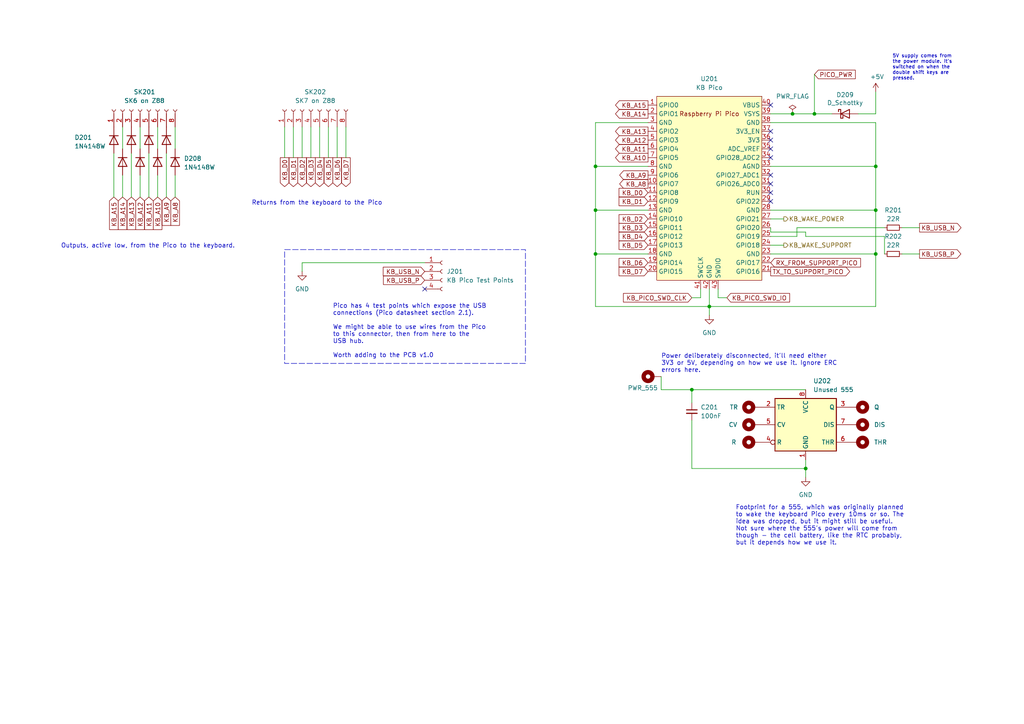
<source format=kicad_sch>
(kicad_sch (version 20231120) (generator "eeschema") (generator_version "8.0")
  (paper "A4")
  (title_block (title "Z88R - Z88 Recreated") (date "2024-08-23") (rev "20240823") (company "Fountain and Menadue"))
  (lib_symbols
    (symbol "Connector:Conn_01x04_Socket" (pin_names (offset 1.016) hide)
      (property "Reference" "J" (at 0 5.08 0))
      (property "Value" "Conn_01x04_Socket" (at 0 -7.62 0))
      (symbol "Conn_01x04_Socket_1_1"
        (arc (start 0 -4.572) (mid -0.5058 -5.08) (end 0 -5.588) (stroke (width 0.1524)))
        (arc (start 0 -2.032) (mid -0.5058 -2.54) (end 0 -3.048) (stroke (width 0.1524)))
        (polyline (pts (xy -1.27 -5.08) (xy -0.508 -5.08)) (stroke (width 0.1524)))
        (polyline (pts (xy -1.27 -2.54) (xy -0.508 -2.54)) (stroke (width 0.1524)))
        (polyline (pts (xy -1.27 0) (xy -0.508 0)) (stroke (width 0.1524)))
        (polyline (pts (xy -1.27 2.54) (xy -0.508 2.54)) (stroke (width 0.1524)))
        (arc (start 0 0.508) (mid -0.5058 0) (end 0 -0.508) (stroke (width 0.1524)))
        (arc (start 0 3.048) (mid -0.5058 2.54) (end 0 2.032) (stroke (width 0.1524)))
        (pin passive line (at -5.08 2.54 0) (length 3.81) (name "Pin_1") (number "1"))
        (pin passive line (at -5.08 0 0) (length 3.81) (name "Pin_2") (number "2"))
        (pin passive line (at -5.08 -2.54 0) (length 3.81) (name "Pin_3") (number "3"))
        (pin passive line (at -5.08 -5.08 0) (length 3.81) (name "Pin_4") (number "4"))
      )
    )
    (symbol "Connector:Conn_01x08_Socket" (pin_names (offset 1.016) hide)
      (property "Reference" "J" (at 0 10.16 0))
      (property "Value" "Conn_01x08_Socket" (at 0 -12.7 0))
      (symbol "Conn_01x08_Socket_1_1"
        (arc (start 0 -9.652) (mid -0.5058 -10.16) (end 0 -10.668) (stroke (width 0.1524)))
        (arc (start 0 -7.112) (mid -0.5058 -7.62) (end 0 -8.128) (stroke (width 0.1524)))
        (arc (start 0 -4.572) (mid -0.5058 -5.08) (end 0 -5.588) (stroke (width 0.1524)))
        (arc (start 0 -2.032) (mid -0.5058 -2.54) (end 0 -3.048) (stroke (width 0.1524)))
        (polyline (pts (xy -1.27 -10.16) (xy -0.508 -10.16)) (stroke (width 0.1524)))
        (polyline (pts (xy -1.27 -7.62) (xy -0.508 -7.62)) (stroke (width 0.1524)))
        (polyline (pts (xy -1.27 -5.08) (xy -0.508 -5.08)) (stroke (width 0.1524)))
        (polyline (pts (xy -1.27 -2.54) (xy -0.508 -2.54)) (stroke (width 0.1524)))
        (polyline (pts (xy -1.27 0) (xy -0.508 0)) (stroke (width 0.1524)))
        (polyline (pts (xy -1.27 2.54) (xy -0.508 2.54)) (stroke (width 0.1524)))
        (polyline (pts (xy -1.27 5.08) (xy -0.508 5.08)) (stroke (width 0.1524)))
        (polyline (pts (xy -1.27 7.62) (xy -0.508 7.62)) (stroke (width 0.1524)))
        (arc (start 0 0.508) (mid -0.5058 0) (end 0 -0.508) (stroke (width 0.1524)))
        (arc (start 0 3.048) (mid -0.5058 2.54) (end 0 2.032) (stroke (width 0.1524)))
        (arc (start 0 5.588) (mid -0.5058 5.08) (end 0 4.572) (stroke (width 0.1524)))
        (arc (start 0 8.128) (mid -0.5058 7.62) (end 0 7.112) (stroke (width 0.1524)))
        (pin passive line (at -5.08 7.62 0) (length 3.81) (name "Pin_1") (number "1"))
        (pin passive line (at -5.08 5.08 0) (length 3.81) (name "Pin_2") (number "2"))
        (pin passive line (at -5.08 2.54 0) (length 3.81) (name "Pin_3") (number "3"))
        (pin passive line (at -5.08 0 0) (length 3.81) (name "Pin_4") (number "4"))
        (pin passive line (at -5.08 -2.54 0) (length 3.81) (name "Pin_5") (number "5"))
        (pin passive line (at -5.08 -5.08 0) (length 3.81) (name "Pin_6") (number "6"))
        (pin passive line (at -5.08 -7.62 0) (length 3.81) (name "Pin_7") (number "7"))
        (pin passive line (at -5.08 -10.16 0) (length 3.81) (name "Pin_8") (number "8"))
      )
    )
    (symbol "Device:C_Small" (pin_numbers hide) (pin_names (offset 0.254) hide)
      (property "Reference" "C" (at 0.254 1.778 0))
      (property "Value" "C_Small" (at 0.254 -2.032 0))
      (symbol "C_Small_0_1"
        (polyline (pts (xy -1.524 -0.508) (xy 1.524 -0.508)) (stroke (width 0.3302)))
        (polyline (pts (xy -1.524 0.508) (xy 1.524 0.508)) (stroke (width 0.3048)))
      )
      (symbol "C_Small_1_1"
        (pin passive line (at 0 2.54 270) (length 2.032) (name "~") (number "1"))
        (pin passive line (at 0 -2.54 90) (length 2.032) (name "~") (number "2"))
      )
    )
    (symbol "Device:D_Schottky" (pin_numbers hide) (pin_names (offset 1.016) hide)
      (property "Reference" "D" (at 0 2.54 0))
      (property "Value" "D_Schottky" (at 0 -2.54 0))
      (symbol "D_Schottky_0_1"
        (polyline (pts (xy 1.27 0) (xy -1.27 0)))
        (polyline (pts (xy 1.27 1.27) (xy 1.27 -1.27) (xy -1.27 0) (xy 1.27 1.27)) (stroke (width 0.254)))
        (polyline (pts (xy -1.905 0.635) (xy -1.905 1.27) (xy -1.27 1.27) (xy -1.27 -1.27) (xy -0.635 -1.27) (xy -0.635 -0.635)) (stroke (width 0.254)))
      )
      (symbol "D_Schottky_1_1"
        (pin passive line (at -3.81 0 0) (length 2.54) (name "K") (number "1"))
        (pin passive line (at 3.81 0 180) (length 2.54) (name "A") (number "2"))
      )
    )
    (symbol "Device:R_Small" (pin_numbers hide) (pin_names (offset 0.254) hide)
      (property "Reference" "R" (at 0.762 0.508 0))
      (property "Value" "R_Small" (at 0.762 -1.016 0))
      (symbol "R_Small_0_1"
        (rectangle (start -0.762 1.778) (end 0.762 -1.778) (stroke (width 0.2032)))
      )
      (symbol "R_Small_1_1"
        (pin passive line (at 0 2.54 270) (length 0.762) (name "~") (number "1"))
        (pin passive line (at 0 -2.54 90) (length 0.762) (name "~") (number "2"))
      )
    )
    (symbol "Diode:1N4148W" (pin_numbers hide) (pin_names hide)
      (property "Reference" "D" (at 0 2.54 0))
      (property "Value" "1N4148W" (at 0 -2.54 0))
      (symbol "1N4148W_0_1"
        (polyline (pts (xy -1.27 1.27) (xy -1.27 -1.27)) (stroke (width 0.254)))
        (polyline (pts (xy 1.27 0) (xy -1.27 0)))
        (polyline (pts (xy 1.27 1.27) (xy 1.27 -1.27) (xy -1.27 0) (xy 1.27 1.27)) (stroke (width 0.254)))
      )
      (symbol "1N4148W_1_1"
        (pin passive line (at -3.81 0 0) (length 2.54) (name "K") (number "1"))
        (pin passive line (at 3.81 0 180) (length 2.54) (name "A") (number "2"))
      )
    )
    (symbol "Mechanical:MountingHole_Pad" (pin_numbers hide) (pin_names (offset 1.016) hide) (exclude_from_sim yes) (in_bom no)
      (property "Reference" "H" (at 0 6.35 0))
      (property "Value" "MountingHole_Pad" (at 0 4.445 0))
      (symbol "MountingHole_Pad_0_1"
        (circle (center 0 1.27) (radius 1.27) (stroke (width 1.27)))
      )
      (symbol "MountingHole_Pad_1_1"
        (pin input line (at 0 -2.54 90) (length 2.54) (name "1") (number "1"))
      )
    )
    (symbol "RP Pico:Pico"
      (property "Reference" "U" (at -13.97 27.94 0))
      (property "Value" "Pico" (at 0 19.05 0))
      (symbol "Pico_0_0"
        (text "Raspberry Pi Pico" (at 0 21.59 0) (effects (font (size 1.27 1.27))))
      )
      (symbol "Pico_0_1"
        (rectangle (start -15.24 26.67) (end 15.24 -26.67) (fill (type background)))
      )
      (symbol "Pico_1_1"
        (pin bidirectional line (at -17.78 24.13 0) (length 2.54) (name "GPIO0") (number "1"))
        (pin bidirectional line (at -17.78 1.27 0) (length 2.54) (name "GPIO7") (number "10"))
        (pin bidirectional line (at -17.78 -1.27 0) (length 2.54) (name "GPIO8") (number "11"))
        (pin bidirectional line (at -17.78 -3.81 0) (length 2.54) (name "GPIO9") (number "12"))
        (pin power_in line (at -17.78 -6.35 0) (length 2.54) (name "GND") (number "13"))
        (pin bidirectional line (at -17.78 -8.89 0) (length 2.54) (name "GPIO10") (number "14"))
        (pin bidirectional line (at -17.78 -11.43 0) (length 2.54) (name "GPIO11") (number "15"))
        (pin bidirectional line (at -17.78 -13.97 0) (length 2.54) (name "GPIO12") (number "16"))
        (pin bidirectional line (at -17.78 -16.51 0) (length 2.54) (name "GPIO13") (number "17"))
        (pin power_in line (at -17.78 -19.05 0) (length 2.54) (name "GND") (number "18"))
        (pin bidirectional line (at -17.78 -21.59 0) (length 2.54) (name "GPIO14") (number "19"))
        (pin bidirectional line (at -17.78 21.59 0) (length 2.54) (name "GPIO1") (number "2"))
        (pin bidirectional line (at -17.78 -24.13 0) (length 2.54) (name "GPIO15") (number "20"))
        (pin bidirectional line (at 17.78 -24.13 180) (length 2.54) (name "GPIO16") (number "21"))
        (pin bidirectional line (at 17.78 -21.59 180) (length 2.54) (name "GPIO17") (number "22"))
        (pin power_in line (at 17.78 -19.05 180) (length 2.54) (name "GND") (number "23"))
        (pin bidirectional line (at 17.78 -16.51 180) (length 2.54) (name "GPIO18") (number "24"))
        (pin bidirectional line (at 17.78 -13.97 180) (length 2.54) (name "GPIO19") (number "25"))
        (pin bidirectional line (at 17.78 -11.43 180) (length 2.54) (name "GPIO20") (number "26"))
        (pin bidirectional line (at 17.78 -8.89 180) (length 2.54) (name "GPIO21") (number "27"))
        (pin power_in line (at 17.78 -6.35 180) (length 2.54) (name "GND") (number "28"))
        (pin bidirectional line (at 17.78 -3.81 180) (length 2.54) (name "GPIO22") (number "29"))
        (pin power_in line (at -17.78 19.05 0) (length 2.54) (name "GND") (number "3"))
        (pin input line (at 17.78 -1.27 180) (length 2.54) (name "RUN") (number "30"))
        (pin bidirectional line (at 17.78 1.27 180) (length 2.54) (name "GPIO26_ADC0") (number "31"))
        (pin bidirectional line (at 17.78 3.81 180) (length 2.54) (name "GPIO27_ADC1") (number "32"))
        (pin power_in line (at 17.78 6.35 180) (length 2.54) (name "AGND") (number "33"))
        (pin bidirectional line (at 17.78 8.89 180) (length 2.54) (name "GPIO28_ADC2") (number "34"))
        (pin power_in line (at 17.78 11.43 180) (length 2.54) (name "ADC_VREF") (number "35"))
        (pin power_in line (at 17.78 13.97 180) (length 2.54) (name "3V3") (number "36"))
        (pin input line (at 17.78 16.51 180) (length 2.54) (name "3V3_EN") (number "37"))
        (pin bidirectional line (at 17.78 19.05 180) (length 2.54) (name "GND") (number "38"))
        (pin power_in line (at 17.78 21.59 180) (length 2.54) (name "VSYS") (number "39"))
        (pin bidirectional line (at -17.78 16.51 0) (length 2.54) (name "GPIO2") (number "4"))
        (pin power_in line (at 17.78 24.13 180) (length 2.54) (name "VBUS") (number "40"))
        (pin input line (at -2.54 -29.21 90) (length 2.54) (name "SWCLK") (number "41"))
        (pin power_in line (at 0 -29.21 90) (length 2.54) (name "GND") (number "42"))
        (pin bidirectional line (at 2.54 -29.21 90) (length 2.54) (name "SWDIO") (number "43"))
        (pin bidirectional line (at -17.78 13.97 0) (length 2.54) (name "GPIO3") (number "5"))
        (pin bidirectional line (at -17.78 11.43 0) (length 2.54) (name "GPIO4") (number "6"))
        (pin bidirectional line (at -17.78 8.89 0) (length 2.54) (name "GPIO5") (number "7"))
        (pin power_in line (at -17.78 6.35 0) (length 2.54) (name "GND") (number "8"))
        (pin bidirectional line (at -17.78 3.81 0) (length 2.54) (name "GPIO6") (number "9"))
      )
    )
    (symbol "Timer:LMC555xM"
      (property "Reference" "U" (at -10.16 8.89 0))
      (property "Value" "LMC555xM" (at 2.54 8.89 0))
      (symbol "LMC555xM_0_0"
        (pin power_in line (at 0 -10.16 90) (length 2.54) (name "GND") (number "1"))
        (pin power_in line (at 0 10.16 270) (length 2.54) (name "VCC") (number "8"))
      )
      (symbol "LMC555xM_0_1"
        (rectangle (start -8.89 -7.62) (end 8.89 7.62) (stroke (width 0.254)) (fill (type background)))
        (rectangle (start -8.89 -7.62) (end 8.89 7.62) (stroke (width 0.254)) (fill (type background)))
      )
      (symbol "LMC555xM_1_1"
        (pin input line (at -12.7 5.08 0) (length 3.81) (name "TR") (number "2"))
        (pin output line (at 12.7 5.08 180) (length 3.81) (name "Q") (number "3"))
        (pin input inverted (at -12.7 -5.08 0) (length 3.81) (name "R") (number "4"))
        (pin input line (at -12.7 0 0) (length 3.81) (name "CV") (number "5"))
        (pin input line (at 12.7 -5.08 180) (length 3.81) (name "THR") (number "6"))
        (pin input line (at 12.7 0 180) (length 3.81) (name "DIS") (number "7"))
      )
    )
    (symbol "power:+5V" (power) (pin_numbers hide) (pin_names (offset 0) hide)
      (property "Value" "+5V" (at 0 3.556 0))
      (symbol "+5V_0_1"
        (polyline (pts (xy -0.762 1.27) (xy 0 2.54)))
        (polyline (pts (xy 0 0) (xy 0 2.54)))
        (polyline (pts (xy 0 2.54) (xy 0.762 1.27)))
      )
      (symbol "+5V_1_1"
        (pin power_in line (at 0 0 90) (length 0) (name "~") (number "1"))
      )
    )
    (symbol "power:GND" (power) (pin_numbers hide) (pin_names (offset 0) hide)
      (property "Value" "GND" (at 0 -3.81 0))
      (symbol "GND_0_1"
        (polyline (pts (xy 0 0) (xy 0 -1.27) (xy 1.27 -1.27) (xy 0 -2.54) (xy -1.27 -1.27) (xy 0 -1.27)))
      )
      (symbol "GND_1_1"
        (pin power_in line (at 0 0 270) (length 0) (name "~") (number "1"))
      )
    )
    (symbol "power:PWR_FLAG" (power) (pin_numbers hide) (pin_names (offset 0) hide)
      (property "Value" "PWR_FLAG" (at 0 3.81 0))
      (symbol "PWR_FLAG_0_0"
        (pin power_out line (at 0 0 90) (length 0) (name "~") (number "1"))
      )
      (symbol "PWR_FLAG_0_1"
        (polyline (pts (xy 0 0) (xy 0 1.27) (xy -1.016 1.905) (xy 0 2.54) (xy 1.016 1.905) (xy 0 1.27)))
      )
    )
  )
  (junction (at 172.72 60.96))
  (junction (at 205.74 88.9))
  (junction (at 233.68 135.89))
  (junction (at 229.87 33.02))
  (junction (at 172.72 48.26))
  (junction (at 254 48.26))
  (junction (at 236.22 33.02))
  (junction (at 254 73.66))
  (junction (at 254 60.96))
  (junction (at 200.66 113.03))
  (junction (at 172.72 73.66))
  (no_connect (at 223.52 53.34))
  (no_connect (at 223.52 43.18))
  (no_connect (at 223.52 50.8))
  (no_connect (at 223.52 40.64))
  (no_connect (at 223.52 58.42))
  (no_connect (at 223.52 30.48))
  (no_connect (at 223.52 45.72))
  (no_connect (at 223.52 55.88))
  (no_connect (at 123.19 83.82))
  (no_connect (at 223.52 38.1))
  (wire (pts (xy 45.72 50.8) (xy 45.72 57.15)))
  (wire (pts (xy 229.87 33.02) (xy 236.22 33.02)))
  (wire (pts (xy 223.52 48.26) (xy 254 48.26)))
  (wire (pts (xy 172.72 35.56) (xy 172.72 48.26)))
  (wire (pts (xy 35.56 50.8) (xy 35.56 57.15)))
  (wire (pts (xy 200.66 121.92) (xy 200.66 135.89)))
  (wire (pts (xy 231.14 66.04) (xy 231.14 68.58)))
  (wire (pts (xy 200.66 113.03) (xy 200.66 116.84)))
  (wire (pts (xy 261.62 73.66) (xy 266.7 73.66)))
  (wire (pts (xy 200.66 113.03) (xy 233.68 113.03)))
  (wire (pts (xy 200.66 113.03) (xy 191.77 113.03)))
  (wire (pts (xy 172.72 48.26) (xy 187.96 48.26)))
  (wire (pts (xy 233.68 135.89) (xy 233.68 138.43)))
  (wire (pts (xy 254 48.26) (xy 254 60.96)))
  (wire (pts (xy 254 60.96) (xy 254 73.66)))
  (wire (pts (xy 254 73.66) (xy 254 88.9)))
  (wire (pts (xy 266.7 66.04) (xy 261.62 66.04)))
  (wire (pts (xy 187.96 35.56) (xy 172.72 35.56)))
  (wire (pts (xy 50.8 43.18) (xy 50.8 36.83)))
  (wire (pts (xy 236.22 33.02) (xy 241.3 33.02)))
  (wire (pts (xy 87.63 78.74) (xy 87.63 76.2)))
  (wire (pts (xy 38.1 44.45) (xy 38.1 57.15)))
  (wire (pts (xy 233.68 68.58) (xy 233.68 67.31)))
  (wire (pts (xy 223.52 73.66) (xy 254 73.66)))
  (wire (pts (xy 208.28 86.36) (xy 208.28 83.82)))
  (wire (pts (xy 205.74 83.82) (xy 205.74 88.9)))
  (wire (pts (xy 35.56 43.18) (xy 35.56 36.83)))
  (wire (pts (xy 205.74 88.9) (xy 205.74 91.44)))
  (wire (pts (xy 92.71 45.72) (xy 92.71 36.83)))
  (wire (pts (xy 82.55 45.72) (xy 82.55 36.83)))
  (wire (pts (xy 210.82 86.36) (xy 208.28 86.36)))
  (wire (pts (xy 223.52 33.02) (xy 229.87 33.02)))
  (wire (pts (xy 95.25 45.72) (xy 95.25 36.83)))
  (wire (pts (xy 172.72 48.26) (xy 172.72 60.96)))
  (wire (pts (xy 87.63 45.72) (xy 87.63 36.83)))
  (wire (pts (xy 45.72 43.18) (xy 45.72 36.83)))
  (wire (pts (xy 172.72 73.66) (xy 172.72 88.9)))
  (wire (pts (xy 40.64 50.8) (xy 40.64 57.15)))
  (wire (pts (xy 200.66 86.36) (xy 203.2 86.36)))
  (wire (pts (xy 248.92 33.02) (xy 254 33.02)))
  (wire (pts (xy 100.33 36.83) (xy 100.33 45.72)))
  (wire (pts (xy 87.63 76.2) (xy 123.19 76.2)))
  (wire (pts (xy 172.72 60.96) (xy 187.96 60.96)))
  (wire (pts (xy 172.72 60.96) (xy 172.72 73.66)))
  (wire (pts (xy 223.52 71.12) (xy 227.33 71.12)))
  (wire (pts (xy 233.68 133.35) (xy 233.68 135.89)))
  (wire (pts (xy 236.22 21.59) (xy 236.22 33.02)))
  (wire (pts (xy 256.54 66.04) (xy 231.14 66.04)))
  (wire (pts (xy 43.18 44.45) (xy 43.18 57.15)))
  (wire (pts (xy 50.8 50.8) (xy 50.8 57.15)))
  (wire (pts (xy 97.79 36.83) (xy 97.79 45.72)))
  (wire (pts (xy 191.77 109.22) (xy 191.77 113.03)))
  (wire (pts (xy 90.17 45.72) (xy 90.17 36.83)))
  (wire (pts (xy 254 35.56) (xy 254 48.26)))
  (wire (pts (xy 48.26 44.45) (xy 48.26 57.15)))
  (wire (pts (xy 223.52 63.5) (xy 227.33 63.5)))
  (wire (pts (xy 223.52 60.96) (xy 254 60.96)))
  (wire (pts (xy 223.52 67.31) (xy 233.68 67.31)))
  (wire (pts (xy 205.74 88.9) (xy 254 88.9)))
  (wire (pts (xy 200.66 135.89) (xy 233.68 135.89)))
  (wire (pts (xy 203.2 86.36) (xy 203.2 83.82)))
  (wire (pts (xy 256.54 73.66) (xy 256.54 68.58)))
  (wire (pts (xy 172.72 88.9) (xy 205.74 88.9)))
  (wire (pts (xy 40.64 43.18) (xy 40.64 36.83)))
  (wire (pts (xy 33.02 44.45) (xy 33.02 57.15)))
  (wire (pts (xy 231.14 68.58) (xy 223.52 68.58)))
  (wire (pts (xy 254 33.02) (xy 254 26.67)))
  (wire (pts (xy 85.09 45.72) (xy 85.09 36.83)))
  (wire (pts (xy 223.52 67.31) (xy 223.52 66.04)))
  (wire (pts (xy 172.72 73.66) (xy 187.96 73.66)))
  (wire (pts (xy 223.52 35.56) (xy 254 35.56)))
  (wire (pts (xy 256.54 68.58) (xy 233.68 68.58)))
  (rectangle (start 82.55 72.39) (end 152.4 105.41) (stroke (width 0) (type dash)))
  (text "Returns from the keyboard to the Pico" (at 91.948 58.928 0) (effects (font (size 1.27 1.27))))
  (text "Pico has 4 test points which expose the USB\nconnections (Pico datasheet section 2.1).\n\nWe might be able to use wires from the Pico\nto this connector, then from here to the\nUSB hub.\n\nWorth adding to the PCB v1.0" (at 96.52 96.012 0) (effects (font (size 1.27 1.27)) (justify left)))
  (text "Power deliberately disconnected, it'll need either\n3V3 or 5V, depending on how we use it. Ignore ERC\nerrors here." (at 191.77 105.41 0) (effects (font (size 1.27 1.27)) (justify left)))
  (text "5V supply comes from\nthe power module. It's\nswitched on when the\ndouble shift keys are\npressed." (at 258.826 19.558 0) (effects (font (size 1 1)) (justify left)))
  (text "Footprint for a 555, which was originally planned\nto wake the keyboard Pico every 10ms or so. The\nidea was dropped, but it might still be useful.\nNot sure where the 555's power will come from\nthough - the cell battery, like the RTC probably,\nbut it depends how we use it." (at 213.36 152.4 0) (effects (font (size 1.27 1.27)) (justify left)))
  (text "Outputs, active low, from the Pico to the keyboard." (at 42.926 71.374 0) (effects (font (size 1.27 1.27))))
  (global_label "KB_A14" (shape input) (at 35.56 57.15 270) (property "Intersheetrefs" "${INTERSHEET_REFS}" (effects (hide yes))))
  (global_label "KB_A13" (shape input) (at 38.1 57.15 270) (property "Intersheetrefs" "${INTERSHEET_REFS}" (effects (hide yes))))
  (global_label "KB_A8" (shape input) (at 50.8 57.15 270) (property "Intersheetrefs" "${INTERSHEET_REFS}" (effects (hide yes))))
  (global_label "KB_D2" (shape output) (at 87.63 45.72 270) (property "Intersheetrefs" "${INTERSHEET_REFS}" (effects (hide yes))))
  (global_label "KB_D3" (shape input) (at 187.96 66.04 180) (property "Intersheetrefs" "${INTERSHEET_REFS}" (effects (hide yes))))
  (global_label "PICO_PWR" (shape input) (at 236.22 21.59 0) (property "Intersheetrefs" "${INTERSHEET_REFS}" (effects (hide yes))))
  (global_label "KB_USB_P" (shape output) (at 266.7 73.66 0) (property "Intersheetrefs" "${INTERSHEET_REFS}" (effects (hide yes))))
  (global_label "KB_PICO_SWD_CLK" (shape input) (at 200.66 86.36 180) (property "Intersheetrefs" "${INTERSHEET_REFS}" (effects (hide yes))))
  (global_label "KB_A12" (shape output) (at 187.96 40.64 180) (property "Intersheetrefs" "${INTERSHEET_REFS}" (effects (hide yes))))
  (global_label "KB_A12" (shape input) (at 40.64 57.15 270) (property "Intersheetrefs" "${INTERSHEET_REFS}" (effects (hide yes))))
  (global_label "KB_D1" (shape input) (at 187.96 58.42 180) (property "Intersheetrefs" "${INTERSHEET_REFS}" (effects (hide yes))))
  (global_label "KB_A8" (shape output) (at 187.96 53.34 180) (property "Intersheetrefs" "${INTERSHEET_REFS}" (effects (hide yes))))
  (global_label "KB_D6" (shape output) (at 97.79 45.72 270) (property "Intersheetrefs" "${INTERSHEET_REFS}" (effects (hide yes))))
  (global_label "KB_D7" (shape input) (at 187.96 78.74 180) (property "Intersheetrefs" "${INTERSHEET_REFS}" (effects (hide yes))))
  (global_label "KB_D2" (shape input) (at 187.96 63.5 180) (property "Intersheetrefs" "${INTERSHEET_REFS}" (effects (hide yes))))
  (global_label "KB_D1" (shape output) (at 85.09 45.72 270) (property "Intersheetrefs" "${INTERSHEET_REFS}" (effects (hide yes))))
  (global_label "KB_A15" (shape input) (at 33.02 57.15 270) (property "Intersheetrefs" "${INTERSHEET_REFS}" (effects (hide yes))))
  (global_label "KB_D5" (shape input) (at 187.96 71.12 180) (property "Intersheetrefs" "${INTERSHEET_REFS}" (effects (hide yes))))
  (global_label "KB_D6" (shape input) (at 187.96 76.2 180) (property "Intersheetrefs" "${INTERSHEET_REFS}" (effects (hide yes))))
  (global_label "KB_D4" (shape output) (at 92.71 45.72 270) (property "Intersheetrefs" "${INTERSHEET_REFS}" (effects (hide yes))))
  (global_label "KB_A11" (shape output) (at 187.96 43.18 180) (property "Intersheetrefs" "${INTERSHEET_REFS}" (effects (hide yes))))
  (global_label "KB_A11" (shape input) (at 43.18 57.15 270) (property "Intersheetrefs" "${INTERSHEET_REFS}" (effects (hide yes))))
  (global_label "KB_PICO_SWD_IO" (shape input) (at 210.82 86.36 0) (property "Intersheetrefs" "${INTERSHEET_REFS}" (effects (hide yes))))
  (global_label "KB_A15" (shape output) (at 187.96 30.48 180) (property "Intersheetrefs" "${INTERSHEET_REFS}" (effects (hide yes))))
  (global_label "KB_A9" (shape output) (at 187.96 50.8 180) (property "Intersheetrefs" "${INTERSHEET_REFS}" (effects (hide yes))))
  (global_label "KB_D5" (shape output) (at 95.25 45.72 270) (property "Intersheetrefs" "${INTERSHEET_REFS}" (effects (hide yes))))
  (global_label "TX_TO_SUPPORT_PICO" (shape output) (at 223.52 78.74 0) (property "Intersheetrefs" "${INTERSHEET_REFS}" (effects (hide yes))))
  (global_label "KB_A10" (shape output) (at 187.96 45.72 180) (property "Intersheetrefs" "${INTERSHEET_REFS}" (effects (hide yes))))
  (global_label "KB_USB_N" (shape output) (at 266.7 66.04 0) (property "Intersheetrefs" "${INTERSHEET_REFS}" (effects (hide yes))))
  (global_label "KB_A10" (shape input) (at 45.72 57.15 270) (property "Intersheetrefs" "${INTERSHEET_REFS}" (effects (hide yes))))
  (global_label "KB_USB_P" (shape input) (at 123.19 81.28 180) (property "Intersheetrefs" "${INTERSHEET_REFS}" (effects (hide yes))))
  (global_label "KB_D0" (shape input) (at 187.96 55.88 180) (property "Intersheetrefs" "${INTERSHEET_REFS}" (effects (hide yes))))
  (global_label "KB_A13" (shape output) (at 187.96 38.1 180) (property "Intersheetrefs" "${INTERSHEET_REFS}" (effects (hide yes))))
  (global_label "KB_A14" (shape output) (at 187.96 33.02 180) (property "Intersheetrefs" "${INTERSHEET_REFS}" (effects (hide yes))))
  (global_label "KB_D4" (shape input) (at 187.96 68.58 180) (property "Intersheetrefs" "${INTERSHEET_REFS}" (effects (hide yes))))
  (global_label "KB_D3" (shape output) (at 90.17 45.72 270) (property "Intersheetrefs" "${INTERSHEET_REFS}" (effects (hide yes))))
  (global_label "KB_A9" (shape input) (at 48.26 57.15 270) (property "Intersheetrefs" "${INTERSHEET_REFS}" (effects (hide yes))))
  (global_label "RX_FROM_SUPPORT_PICO" (shape input) (at 223.52 76.2 0) (property "Intersheetrefs" "${INTERSHEET_REFS}" (effects (hide yes))))
  (global_label "KB_D7" (shape output) (at 100.33 45.72 270) (property "Intersheetrefs" "${INTERSHEET_REFS}" (effects (hide yes))))
  (global_label "KB_USB_N" (shape input) (at 123.19 78.74 180) (property "Intersheetrefs" "${INTERSHEET_REFS}" (effects (hide yes))))
  (global_label "KB_D0" (shape output) (at 82.55 45.72 270) (property "Intersheetrefs" "${INTERSHEET_REFS}" (effects (hide yes))))
  (hierarchical_label "KB_WAKE_POWER" (shape output) (at 227.33 63.5 0))
  (hierarchical_label "KB_WAKE_SUPPORT" (shape output) (at 227.33 71.12 0))
  (symbol (lib_id "Connector:Conn_01x08_Socket") (at 40.64 31.75 90) (unit 1)
    (property "Reference" "SK201" (at 41.91 26.67 90))
    (property "Value" "SK6 on Z88" (at 41.91 29.21 90))
    (property "Footprint" "Connector_PinSocket_2.54mm:PinSocket_1x08_P2.54mm_Vertical" (effects (hide yes)))
    (property "Description" "Generic connector, single row, 01x08, script generated" (effects (hide yes)))
  )
  (symbol (lib_id "Device:R_Small") (at 259.08 73.66 90) (unit 1)
    (property "Reference" "R202" (at 259.08 68.58 90))
    (property "Value" "22R" (at 259.08 71.12 90))
    (property "Footprint" "Resistor_SMD:R_0805_2012Metric_Pad1.20x1.40mm_HandSolder" (effects (hide yes)))
    (property "Description" "Resistor, small symbol" (effects (hide yes)))
  )
  (symbol (lib_id "power:PWR_FLAG") (at 229.87 33.02 0) (unit 1)
    (property "Reference" "#FLG0201" (effects (hide yes)))
    (property "Value" "PWR_FLAG" (at 229.87 27.94 0))
    (property "Description" "Special symbol for telling ERC where power comes from" (effects (hide yes)))
  )
  (symbol (lib_id "Diode:1N4148W") (at 38.1 40.64 270) (unit 1)
    (property "Reference" "D203" (effects (hide yes)))
    (property "Value" "1N4148W" (effects (hide yes)))
    (property "Footprint" "Diode_SMD:D_SOD-123" (effects (hide yes)))
    (property "Datasheet" "https://www.vishay.com/docs/85748/1n4148w.pdf" (effects (hide yes)))
    (property "Description" "75V 0.15A Fast Switching Diode, SOD-123" (effects (hide yes)))
    (property "Sim.Device" "D" (effects (hide yes)))
    (property "Sim.Pins" "1=K 2=A" (effects (hide yes)))
  )
  (symbol (lib_id "Diode:1N4148W") (at 48.26 40.64 270) (unit 1)
    (property "Reference" "D207" (effects (hide yes)))
    (property "Value" "1N4148W" (effects (hide yes)))
    (property "Footprint" "Diode_SMD:D_SOD-123" (effects (hide yes)))
    (property "Datasheet" "https://www.vishay.com/docs/85748/1n4148w.pdf" (effects (hide yes)))
    (property "Description" "75V 0.15A Fast Switching Diode, SOD-123" (effects (hide yes)))
    (property "Sim.Device" "D" (effects (hide yes)))
    (property "Sim.Pins" "1=K 2=A" (effects (hide yes)))
  )
  (symbol (lib_id "power:GND") (at 205.74 91.44 0) (unit 1)
    (property "Reference" "#PWR0201" (effects (hide yes)))
    (property "Value" "GND" (at 205.74 96.52 0))
    (property "Description" "Power symbol creates a global label with name \"GND\" , ground" (effects (hide yes)))
  )
  (symbol (lib_id "power:GND") (at 233.68 138.43 0) (unit 1)
    (property "Reference" "#PWR0204" (effects (hide yes)))
    (property "Value" "GND" (at 233.68 143.51 0))
    (property "Description" "Power symbol creates a global label with name \"GND\" , ground" (effects (hide yes)))
  )
  (symbol (lib_id "Mechanical:MountingHole_Pad") (at 248.92 128.27 270) (unit 1) (exclude_from_sim yes) (in_bom no)
    (property "Reference" "H206" (effects (hide yes)))
    (property "Value" "THR" (at 253.492 128.27 90) (effects (justify left)))
    (property "Footprint" "Connector_Pin:Pin_D0.7mm_L6.5mm_W1.8mm_FlatFork" (effects (hide yes)))
    (property "Description" "Mounting Hole with connection" (effects (hide yes)))
  )
  (symbol (lib_id "Mechanical:MountingHole_Pad") (at 218.44 118.11 90) (unit 1) (exclude_from_sim yes) (in_bom no)
    (property "Reference" "H201" (effects (hide yes)))
    (property "Value" "TR" (at 212.852 118.11 90))
    (property "Footprint" "Connector_Pin:Pin_D0.7mm_L6.5mm_W1.8mm_FlatFork" (effects (hide yes)))
    (property "Description" "Mounting Hole with connection" (effects (hide yes)))
  )
  (symbol (lib_id "Timer:LMC555xM") (at 233.68 123.19 0) (unit 1) (exclude_from_sim yes)
    (property "Reference" "U202" (at 235.8741 110.49 0) (effects (justify left)))
    (property "Value" "Unused 555" (at 235.8741 113.03 0) (effects (justify left)))
    (property "Footprint" "Package_SO:SOIC-8_3.9x4.9mm_P1.27mm" (effects (hide yes)))
    (property "Datasheet" "http://www.ti.com/lit/ds/symlink/lmc555.pdf" (effects (hide yes)))
    (property "Description" "CMOS Timer, 555 compatible, SOIC-8" (effects (hide yes)))
  )
  (symbol (lib_id "Mechanical:MountingHole_Pad") (at 189.23 109.22 90) (unit 1) (exclude_from_sim yes) (in_bom no)
    (property "Reference" "H207" (effects (hide yes)))
    (property "Value" "PWR_555" (at 186.436 112.522 90))
    (property "Footprint" "Connector_Pin:Pin_D0.7mm_L6.5mm_W1.8mm_FlatFork" (effects (hide yes)))
    (property "Description" "Mounting Hole with connection" (effects (hide yes)))
  )
  (symbol (lib_id "Device:D_Schottky") (at 245.11 33.02 0) (unit 1)
    (property "Reference" "D209" (at 245.11 27.5082 0))
    (property "Value" "D_Schottky" (at 245.11 29.8196 0))
    (property "Footprint" "Diode_SMD:D_1206_3216Metric_Pad1.42x1.75mm_HandSolder" (effects (hide yes)))
  )
  (symbol (lib_id "Connector:Conn_01x04_Socket") (at 128.27 78.74 0) (unit 1)
    (property "Reference" "J201" (at 129.54 78.7399 0) (effects (justify left)))
    (property "Value" "KB Pico Test Points" (at 129.54 81.2799 0) (effects (justify left)))
    (property "Footprint" "Connector_PinHeader_1.00mm:PinHeader_1x04_P1.00mm_Vertical" (effects (hide yes)))
    (property "Description" "Generic connector, single row, 01x04, script generated" (effects (hide yes)))
  )
  (symbol (lib_id "Diode:1N4148W") (at 35.56 46.99 270) (unit 1)
    (property "Reference" "D202" (effects (hide yes)))
    (property "Value" "1N4148W" (effects (hide yes)))
    (property "Footprint" "Diode_SMD:D_SOD-123" (effects (hide yes)))
    (property "Datasheet" "https://www.vishay.com/docs/85748/1n4148w.pdf" (effects (hide yes)))
    (property "Description" "75V 0.15A Fast Switching Diode, SOD-123" (effects (hide yes)))
    (property "Sim.Device" "D" (effects (hide yes)))
    (property "Sim.Pins" "1=K 2=A" (effects (hide yes)))
  )
  (symbol (lib_id "Diode:1N4148W") (at 40.64 46.99 270) (unit 1)
    (property "Reference" "D204" (effects (hide yes)))
    (property "Value" "1N4148W" (effects (hide yes)))
    (property "Footprint" "Diode_SMD:D_SOD-123" (effects (hide yes)))
    (property "Datasheet" "https://www.vishay.com/docs/85748/1n4148w.pdf" (effects (hide yes)))
    (property "Description" "75V 0.15A Fast Switching Diode, SOD-123" (effects (hide yes)))
    (property "Sim.Device" "D" (effects (hide yes)))
    (property "Sim.Pins" "1=K 2=A" (effects (hide yes)))
  )
  (symbol (lib_id "Device:R_Small") (at 259.08 66.04 90) (unit 1)
    (property "Reference" "R201" (at 259.08 60.96 90))
    (property "Value" "22R" (at 259.08 63.5 90))
    (property "Footprint" "Resistor_SMD:R_0805_2012Metric_Pad1.20x1.40mm_HandSolder" (effects (hide yes)))
    (property "Description" "Resistor, small symbol" (effects (hide yes)))
  )
  (symbol (lib_id "power:GND") (at 87.63 78.74 0) (unit 1)
    (property "Reference" "#PWR0203" (effects (hide yes)))
    (property "Value" "GND" (at 87.63 83.82 0))
    (property "Description" "Power symbol creates a global label with name \"GND\" , ground" (effects (hide yes)))
  )
  (symbol (lib_id "power:+5V") (at 254 26.67 0) (unit 1)
    (property "Reference" "#PWR0202" (effects (hide yes)))
    (property "Value" "+5V" (at 254.381 22.2758 0))
    (property "Description" "Power symbol creates a global label with name \"+5V\"" (effects (hide yes)))
  )
  (symbol (lib_id "Connector:Conn_01x08_Socket") (at 90.17 31.75 90) (unit 1)
    (property "Reference" "SK202" (at 91.44 26.67 90))
    (property "Value" "SK7 on Z88" (at 91.44 29.21 90))
    (property "Footprint" "Connector_PinSocket_2.54mm:PinSocket_1x08_P2.54mm_Vertical" (effects (hide yes)))
    (property "Description" "Generic connector, single row, 01x08, script generated" (effects (hide yes)))
  )
  (symbol (lib_id "Diode:1N4148W") (at 43.18 40.64 270) (unit 1)
    (property "Reference" "D205" (effects (hide yes)))
    (property "Value" "1N4148W" (effects (hide yes)))
    (property "Footprint" "Diode_SMD:D_SOD-123" (effects (hide yes)))
    (property "Datasheet" "https://www.vishay.com/docs/85748/1n4148w.pdf" (effects (hide yes)))
    (property "Description" "75V 0.15A Fast Switching Diode, SOD-123" (effects (hide yes)))
    (property "Sim.Device" "D" (effects (hide yes)))
    (property "Sim.Pins" "1=K 2=A" (effects (hide yes)))
  )
  (symbol (lib_id "Mechanical:MountingHole_Pad") (at 248.92 123.19 270) (unit 1) (exclude_from_sim yes) (in_bom no)
    (property "Reference" "H205" (effects (hide yes)))
    (property "Value" "DIS" (at 253.492 123.19 90) (effects (justify left)))
    (property "Footprint" "Connector_Pin:Pin_D0.7mm_L6.5mm_W1.8mm_FlatFork" (effects (hide yes)))
    (property "Description" "Mounting Hole with connection" (effects (hide yes)))
  )
  (symbol (lib_id "RP Pico:Pico") (at 205.74 54.61 0) (unit 1)
    (property "Reference" "U201" (at 205.74 22.86 0))
    (property "Value" "KB Pico" (at 205.74 25.4 0))
    (property "Footprint" "Pico:RPi_Pico_SMD_TH" (effects (hide yes)))
  )
  (symbol (lib_id "Diode:1N4148W") (at 45.72 46.99 270) (unit 1)
    (property "Reference" "D206" (effects (hide yes)))
    (property "Value" "1N4148W" (effects (hide yes)))
    (property "Footprint" "Diode_SMD:D_SOD-123" (effects (hide yes)))
    (property "Datasheet" "https://www.vishay.com/docs/85748/1n4148w.pdf" (effects (hide yes)))
    (property "Description" "75V 0.15A Fast Switching Diode, SOD-123" (effects (hide yes)))
    (property "Sim.Device" "D" (effects (hide yes)))
    (property "Sim.Pins" "1=K 2=A" (effects (hide yes)))
  )
  (symbol (lib_id "Device:C_Small") (at 200.66 119.38 0) (unit 1)
    (property "Reference" "C201" (at 203.2 118.1162 0) (effects (justify left)))
    (property "Value" "100nF" (at 203.2 120.6562 0) (effects (justify left)))
    (property "Footprint" "Capacitor_SMD:C_0805_2012Metric_Pad1.18x1.45mm_HandSolder" (effects (hide yes)))
    (property "Description" "Unpolarized capacitor, small symbol" (effects (hide yes)))
  )
  (symbol (lib_id "Mechanical:MountingHole_Pad") (at 218.44 128.27 90) (unit 1) (exclude_from_sim yes) (in_bom no)
    (property "Reference" "H203" (effects (hide yes)))
    (property "Value" "R" (at 212.852 128.27 90))
    (property "Footprint" "Connector_Pin:Pin_D0.7mm_L6.5mm_W1.8mm_FlatFork" (effects (hide yes)))
    (property "Description" "Mounting Hole with connection" (effects (hide yes)))
  )
  (symbol (lib_id "Diode:1N4148W") (at 33.02 40.64 270) (unit 1)
    (property "Reference" "D201" (at 21.59 39.878 90) (effects (justify left)))
    (property "Value" "1N4148W" (at 21.59 42.418 90) (effects (justify left)))
    (property "Footprint" "Diode_SMD:D_SOD-123" (effects (hide yes)))
    (property "Datasheet" "https://www.vishay.com/docs/85748/1n4148w.pdf" (effects (hide yes)))
    (property "Description" "75V 0.15A Fast Switching Diode, SOD-123" (effects (hide yes)))
    (property "Sim.Device" "D" (effects (hide yes)))
    (property "Sim.Pins" "1=K 2=A" (effects (hide yes)))
  )
  (symbol (lib_id "Mechanical:MountingHole_Pad") (at 248.92 118.11 270) (unit 1) (exclude_from_sim yes) (in_bom no)
    (property "Reference" "H204" (effects (hide yes)))
    (property "Value" "Q" (at 253.492 118.11 90) (effects (justify left)))
    (property "Footprint" "Connector_Pin:Pin_D0.7mm_L6.5mm_W1.8mm_FlatFork" (effects (hide yes)))
    (property "Description" "Mounting Hole with connection" (effects (hide yes)))
  )
  (symbol (lib_id "Diode:1N4148W") (at 50.8 46.99 270) (unit 1)
    (property "Reference" "D208" (at 53.34 45.974 90) (effects (justify left)))
    (property "Value" "1N4148W" (at 53.34 48.514 90) (effects (justify left)))
    (property "Footprint" "Diode_SMD:D_SOD-123" (effects (hide yes)))
    (property "Datasheet" "https://www.vishay.com/docs/85748/1n4148w.pdf" (effects (hide yes)))
    (property "Description" "75V 0.15A Fast Switching Diode, SOD-123" (effects (hide yes)))
    (property "Sim.Device" "D" (effects (hide yes)))
    (property "Sim.Pins" "1=K 2=A" (effects (hide yes)))
  )
  (symbol (lib_id "Mechanical:MountingHole_Pad") (at 218.44 123.19 90) (unit 1) (exclude_from_sim yes) (in_bom no)
    (property "Reference" "H202" (effects (hide yes)))
    (property "Value" "CV" (at 212.598 123.19 90))
    (property "Footprint" "Connector_Pin:Pin_D0.7mm_L6.5mm_W1.8mm_FlatFork" (effects (hide yes)))
    (property "Description" "Mounting Hole with connection" (effects (hide yes)))
  )
)
</source>
